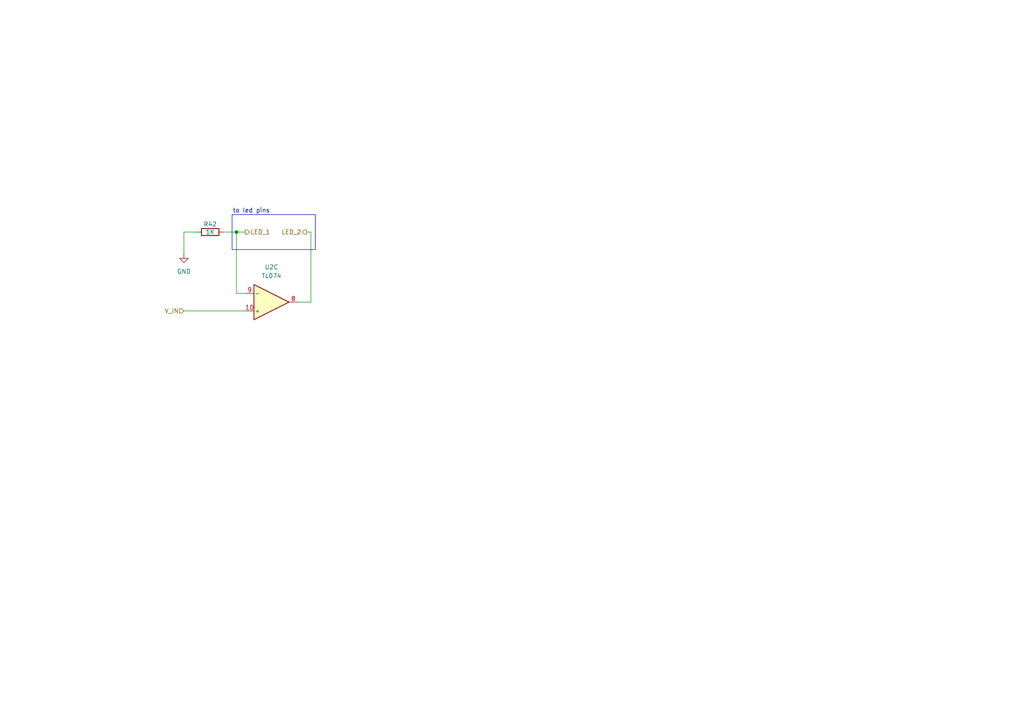
<source format=kicad_sch>
(kicad_sch (version 20250114) (generator "eeschema") (generator_version "9.0")
  (paper "A4")
  (lib_symbols
    (symbol "Eurorack Common:R_DIN0207" (pin_numbers (hide yes)) (pin_names (offset 0))
      (property "Reference" "R" (at 2.032 0 90))
      (property "Value" "R" (at 0 0 90))
      (symbol "R_DIN0207_0_1"
        (rectangle (start -1.016 2.54) (end 1.016 -2.54) (stroke (width 0.254)))
      )
      (symbol "R_DIN0207_1_1"
        (pin passive line (at 0 3.81 270) (length 1.27) (name "~") (number "1"))
        (pin passive line (at 0 -3.81 90) (length 1.27) (name "~") (number "2"))
      )
    )
    (symbol "Eurorack Common:TL074CN" (pin_names (offset 0.127))
      (property "Reference" "U" (at 0 5.08 0))
      (property "Value" "TL074" (at 0 -5.08 0))
      (symbol "TL074CN_1_1"
        (polyline (pts (xy -5.08 5.08) (xy 5.08 0) (xy -5.08 -5.08) (xy -5.08 5.08)) (stroke (width 0.254)) (fill (type background)))
        (pin input line (at -7.62 2.54 0) (length 2.54) (name "+") (number "3"))
        (pin input line (at -7.62 -2.54 0) (length 2.54) (name "-") (number "2"))
        (pin output line (at 7.62 0 180) (length 2.54) (name "~") (number "1"))
      )
      (symbol "TL074CN_2_1"
        (polyline (pts (xy -5.08 5.08) (xy 5.08 0) (xy -5.08 -5.08) (xy -5.08 5.08)) (stroke (width 0.254)) (fill (type background)))
        (pin input line (at -7.62 2.54 0) (length 2.54) (name "+") (number "5"))
        (pin input line (at -7.62 -2.54 0) (length 2.54) (name "-") (number "6"))
        (pin output line (at 7.62 0 180) (length 2.54) (name "~") (number "7"))
      )
      (symbol "TL074CN_3_1"
        (polyline (pts (xy -5.08 5.08) (xy 5.08 0) (xy -5.08 -5.08) (xy -5.08 5.08)) (stroke (width 0.254)) (fill (type background)))
        (pin input line (at -7.62 2.54 0) (length 2.54) (name "+") (number "10"))
        (pin input line (at -7.62 -2.54 0) (length 2.54) (name "-") (number "9"))
        (pin output line (at 7.62 0 180) (length 2.54) (name "~") (number "8"))
      )
      (symbol "TL074CN_4_1"
        (polyline (pts (xy -5.08 5.08) (xy 5.08 0) (xy -5.08 -5.08) (xy -5.08 5.08)) (stroke (width 0.254)) (fill (type background)))
        (pin input line (at -7.62 2.54 0) (length 2.54) (name "+") (number "12"))
        (pin input line (at -7.62 -2.54 0) (length 2.54) (name "-") (number "13"))
        (pin output line (at 7.62 0 180) (length 2.54) (name "~") (number "14"))
      )
      (symbol "TL074CN_5_1"
        (pin power_in line (at -2.54 7.62 270) (length 3.81) (name "V+") (number "4"))
        (pin power_in line (at -2.54 -7.62 90) (length 3.81) (name "V-") (number "11"))
      )
    )
    (symbol "power:GND" (power) (pin_numbers (hide yes)) (pin_names (offset 0) (hide yes))
      (property "Value" "GND" (at 0 -3.81 0))
      (symbol "GND_0_1"
        (polyline (pts (xy 0 0) (xy 0 -1.27) (xy 1.27 -1.27) (xy 0 -2.54) (xy -1.27 -1.27) (xy 0 -1.27)))
      )
      (symbol "GND_1_1"
        (pin power_in line (at 0 0 270) (length 0) (name "~") (number "1"))
      )
    )
  )
  (rectangle (start 67.31 62.23) (end 91.44 72.39))
  (text "to led pins" (at 72.898 61.214 0) (effects (font (size 1.27 1.27))))
  (junction (at 68.58 67.31))
  (wire (pts (xy 68.58 67.31) (xy 68.58 85.09)))
  (wire (pts (xy 57.15 67.31) (xy 53.34 67.31)))
  (wire (pts (xy 90.17 87.63) (xy 86.36 87.63)))
  (wire (pts (xy 64.77 67.31) (xy 68.58 67.31)))
  (wire (pts (xy 71.12 67.31) (xy 68.58 67.31)))
  (wire (pts (xy 53.34 90.17) (xy 71.12 90.17)))
  (wire (pts (xy 53.34 67.31) (xy 53.34 73.66)))
  (wire (pts (xy 68.58 85.09) (xy 71.12 85.09)))
  (wire (pts (xy 88.9 67.31) (xy 90.17 67.31)))
  (wire (pts (xy 90.17 67.31) (xy 90.17 87.63)))
  (hierarchical_label "LED_2" (shape output) (at 88.9 67.31 180))
  (hierarchical_label "LED_1" (shape output) (at 71.12 67.31 0))
  (hierarchical_label "V_IN" (shape input) (at 53.34 90.17 180))
  (symbol (lib_id "Eurorack Common:TL074CN") (at 78.74 87.63 0) (mirror x) (unit 1)
    (property "Reference" "U2" (at 78.74 77.47 0))
    (property "Value" "TL074" (at 78.74 80.01 0))
    (property "Footprint" "Eurorack Common:DIP-14_W7.62mm" (effects (hide yes)))
    (property "Datasheet" "http://www.ti.com/lit/ds/symlink/tl074.pdf" (effects (hide yes)))
    (property "Description" "Quad Low-Noise JFET-Input Operational Amplifiers, DIP-14" (effects (hide yes)))
    (instances (project "middle-board" (path "" (reference "U2") (unit 3)) (path "" (reference "U2") (unit 4)) (path "" (reference "U2") (unit 1)) (path "" (reference "U2") (unit 2))))
  )
  (symbol (lib_id "power:GND") (at 53.34 73.66 0) (unit 1)
    (property "Reference" "#PWR050" (effects (hide yes)))
    (property "Value" "GND" (at 53.34 78.74 0))
    (property "Description" "Power symbol creates a global label with name \"GND\" , ground" (effects (hide yes)))
    (instances (project "middle-board" (path "" (reference "#PWR052") (unit 1)) (path "" (reference "#PWR053") (unit 1)) (path "" (reference "#PWR050") (unit 1)) (path "" (reference "#PWR051") (unit 1))))
  )
  (symbol (lib_id "Eurorack Common:R_DIN0207") (at 60.96 67.31 90) (unit 1)
    (property "Reference" "R40" (at 60.96 65.024 90))
    (property "Value" "1K" (at 60.96 67.31 90))
    (property "Footprint" "Eurorack Common:R_Axial_DIN0207_L6.3mm_D2.5mm_P7.62mm_Horizontal" (effects (hide yes)))
    (property "Description" "Resistor" (effects (hide yes)))
    (instances (project "middle-board" (path "" (reference "R42") (unit 1)) (path "" (reference "R43") (unit 1)) (path "" (reference "R40") (unit 1)) (path "" (reference "R41") (unit 1))))
  )
)
</source>
